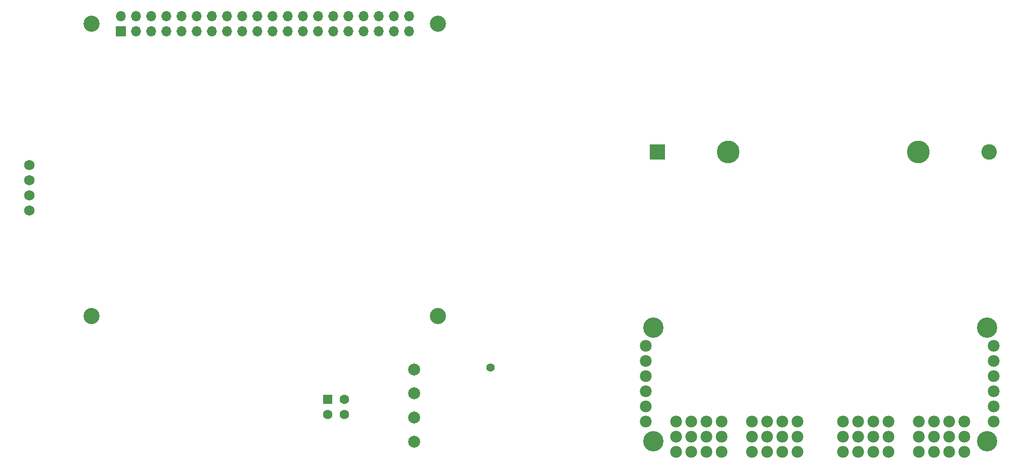
<source format=gbs>
G04 #@! TF.GenerationSoftware,KiCad,Pcbnew,8.0.8*
G04 #@! TF.CreationDate,2025-02-16T02:15:22-08:00*
G04 #@! TF.ProjectId,lab1a,6c616231-612e-46b6-9963-61645f706362,rev?*
G04 #@! TF.SameCoordinates,Original*
G04 #@! TF.FileFunction,Soldermask,Bot*
G04 #@! TF.FilePolarity,Negative*
%FSLAX46Y46*%
G04 Gerber Fmt 4.6, Leading zero omitted, Abs format (unit mm)*
G04 Created by KiCad (PCBNEW 8.0.8) date 2025-02-16 02:15:22*
%MOMM*%
%LPD*%
G01*
G04 APERTURE LIST*
G04 Aperture macros list*
%AMRoundRect*
0 Rectangle with rounded corners*
0 $1 Rounding radius*
0 $2 $3 $4 $5 $6 $7 $8 $9 X,Y pos of 4 corners*
0 Add a 4 corners polygon primitive as box body*
4,1,4,$2,$3,$4,$5,$6,$7,$8,$9,$2,$3,0*
0 Add four circle primitives for the rounded corners*
1,1,$1+$1,$2,$3*
1,1,$1+$1,$4,$5*
1,1,$1+$1,$6,$7*
1,1,$1+$1,$8,$9*
0 Add four rect primitives between the rounded corners*
20,1,$1+$1,$2,$3,$4,$5,0*
20,1,$1+$1,$4,$5,$6,$7,0*
20,1,$1+$1,$6,$7,$8,$9,0*
20,1,$1+$1,$8,$9,$2,$3,0*%
G04 Aperture macros list end*
%ADD10C,3.404000*%
%ADD11C,1.982000*%
%ADD12C,1.734000*%
%ADD13RoundRect,0.249600X-0.550400X-0.550400X0.550400X-0.550400X0.550400X0.550400X-0.550400X0.550400X0*%
%ADD14C,1.600000*%
%ADD15C,1.400000*%
%ADD16C,2.000000*%
%ADD17C,3.800000*%
%ADD18R,2.600000X2.600000*%
%ADD19C,2.600000*%
%ADD20C,2.700000*%
%ADD21R,1.700000X1.700000*%
%ADD22O,1.700000X1.700000*%
G04 APERTURE END LIST*
D10*
X197560000Y-117525000D03*
X197560000Y-98475000D03*
X253440000Y-98475000D03*
X253440000Y-117525000D03*
D11*
X196290000Y-114223000D03*
X196290000Y-111683000D03*
X196290000Y-109143000D03*
X196290000Y-106603000D03*
X196290000Y-104063000D03*
X196290000Y-101523000D03*
X254583000Y-114223000D03*
X254583000Y-111683000D03*
X254583000Y-109143000D03*
X254583000Y-106603000D03*
X254583000Y-104063000D03*
X254583000Y-101523000D03*
X201370000Y-119303000D03*
X201370000Y-116763000D03*
X203910000Y-119303000D03*
X203910000Y-116763000D03*
X206450000Y-119303000D03*
X206450000Y-116763000D03*
X208990000Y-119303000D03*
X208990000Y-116763000D03*
X201370000Y-114223000D03*
X203910000Y-114223000D03*
X206450000Y-114223000D03*
X208990000Y-114223000D03*
X214070000Y-119303000D03*
X214070000Y-116763000D03*
X216610000Y-119303000D03*
X216610000Y-116763000D03*
X219150000Y-119303000D03*
X219150000Y-116763000D03*
X221690000Y-119303000D03*
X221690000Y-116763000D03*
X214070000Y-114223000D03*
X216610000Y-114223000D03*
X219150000Y-114223000D03*
X221690000Y-114223000D03*
X229310000Y-119303000D03*
X229310000Y-116763000D03*
X231850000Y-119303000D03*
X231850000Y-116763000D03*
X234390000Y-119303000D03*
X234390000Y-116763000D03*
X236930000Y-119303000D03*
X236930000Y-116763000D03*
X229310000Y-114223000D03*
X231850000Y-114223000D03*
X234390000Y-114223000D03*
X236930000Y-114223000D03*
X242010000Y-119303000D03*
X242010000Y-116763000D03*
X244550000Y-119303000D03*
X244550000Y-116763000D03*
X247090000Y-119303000D03*
X247090000Y-116763000D03*
X249630000Y-119303000D03*
X249630000Y-116763000D03*
X242010000Y-114223000D03*
X244550000Y-114223000D03*
X247090000Y-114223000D03*
X249630000Y-114223000D03*
D12*
X93125000Y-73730000D03*
X93125000Y-76270000D03*
X93125000Y-78810000D03*
X93125000Y-71190000D03*
D13*
X143000000Y-110500000D03*
D14*
X143000000Y-113040000D03*
X145800000Y-113040000D03*
X145800000Y-110500000D03*
D15*
X170330000Y-105150000D03*
D16*
X157500000Y-117600000D03*
X157500000Y-113550000D03*
X157500000Y-109500000D03*
X157500000Y-105450000D03*
D17*
X210100000Y-69000000D03*
X241900000Y-69000000D03*
D18*
X198200000Y-69000000D03*
D19*
X253800000Y-69000000D03*
D20*
X161500000Y-47500000D03*
X103500000Y-96500000D03*
X103500000Y-47500000D03*
X161500000Y-96500000D03*
D21*
X108370000Y-48770000D03*
D22*
X108370000Y-46230000D03*
X110910000Y-48770000D03*
X110910000Y-46230000D03*
X113450000Y-48770000D03*
X113450000Y-46230000D03*
X115990000Y-48770000D03*
X115990000Y-46230000D03*
X118530000Y-48770000D03*
X118530000Y-46230000D03*
X121070000Y-48770000D03*
X121070000Y-46230000D03*
X123610000Y-48770000D03*
X123610000Y-46230000D03*
X126150000Y-48770000D03*
X126150000Y-46230000D03*
X128690000Y-48770000D03*
X128690000Y-46230000D03*
X131230000Y-48770000D03*
X131230000Y-46230000D03*
X133770000Y-48770000D03*
X133770000Y-46230000D03*
X136310000Y-48770000D03*
X136310000Y-46230000D03*
X138850000Y-48770000D03*
X138850000Y-46230000D03*
X141390000Y-48770000D03*
X141390000Y-46230000D03*
X143930000Y-48770000D03*
X143930000Y-46230000D03*
X146470000Y-48770000D03*
X146470000Y-46230000D03*
X149010000Y-48770000D03*
X149010000Y-46230000D03*
X151550000Y-48770000D03*
X151550000Y-46230000D03*
X154090000Y-48770000D03*
X154090000Y-46230000D03*
X156630000Y-48770000D03*
X156630000Y-46230000D03*
M02*

</source>
